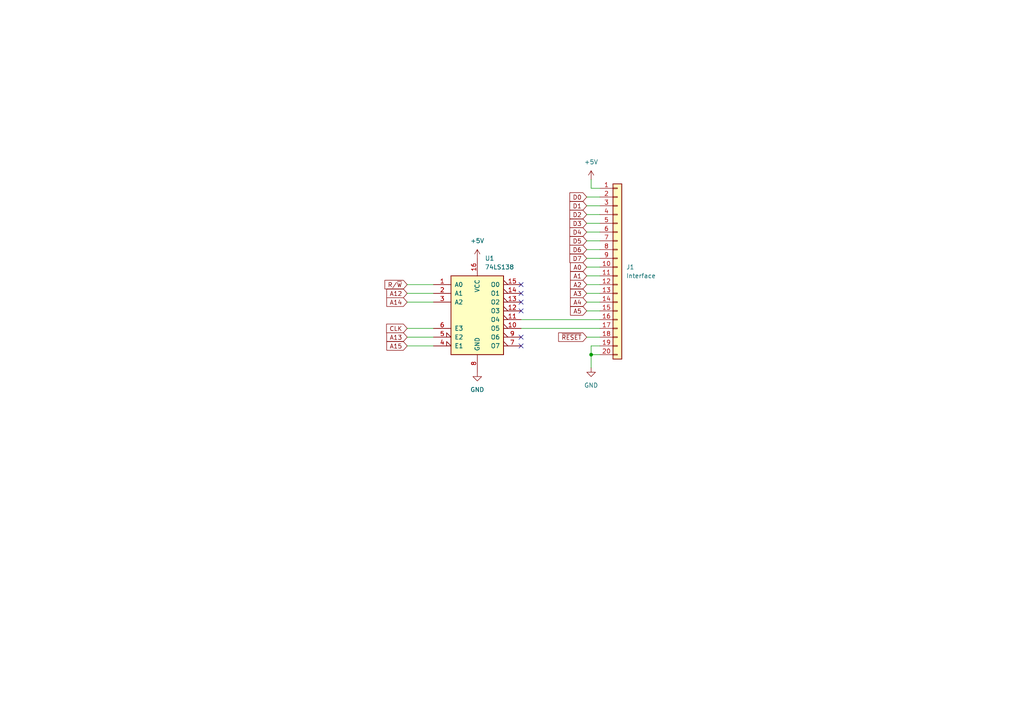
<source format=kicad_sch>
(kicad_sch (version 20231120) (generator "eeschema") (generator_version "8.0")
  (paper "A4")
  (lib_symbols
    (symbol "74xx:74LS138" (pin_names (offset 1.016))
      (property "Reference" "U" (at -7.62 11.43 0))
      (property "Value" "74LS138" (at -7.62 -13.97 0))
      (symbol "74LS138_1_0"
        (pin input line (at -12.7 7.62 0) (length 5.08) (name "A0") (number "1"))
        (pin output output_low (at 12.7 -5.08 180) (length 5.08) (name "O5") (number "10"))
        (pin output output_low (at 12.7 -2.54 180) (length 5.08) (name "O4") (number "11"))
        (pin output output_low (at 12.7 0 180) (length 5.08) (name "O3") (number "12"))
        (pin output output_low (at 12.7 2.54 180) (length 5.08) (name "O2") (number "13"))
        (pin output output_low (at 12.7 5.08 180) (length 5.08) (name "O1") (number "14"))
        (pin output output_low (at 12.7 7.62 180) (length 5.08) (name "O0") (number "15"))
        (pin power_in line (at 0 15.24 270) (length 5.08) (name "VCC") (number "16"))
        (pin input line (at -12.7 5.08 0) (length 5.08) (name "A1") (number "2"))
        (pin input line (at -12.7 2.54 0) (length 5.08) (name "A2") (number "3"))
        (pin input input_low (at -12.7 -10.16 0) (length 5.08) (name "E1") (number "4"))
        (pin input input_low (at -12.7 -7.62 0) (length 5.08) (name "E2") (number "5"))
        (pin input line (at -12.7 -5.08 0) (length 5.08) (name "E3") (number "6"))
        (pin output output_low (at 12.7 -10.16 180) (length 5.08) (name "O7") (number "7"))
        (pin power_in line (at 0 -17.78 90) (length 5.08) (name "GND") (number "8"))
        (pin output output_low (at 12.7 -7.62 180) (length 5.08) (name "O6") (number "9"))
      )
      (symbol "74LS138_1_1"
        (rectangle (start -7.62 10.16) (end 7.62 -12.7) (stroke (width 0.254)) (fill (type background)))
      )
    )
    (symbol "Connector_Generic:Conn_01x20" (pin_names (offset 1.016) hide)
      (property "Reference" "J" (at 0 25.4 0))
      (property "Value" "Conn_01x20" (at 0 -27.94 0))
      (symbol "Conn_01x20_1_1"
        (rectangle (start -1.27 -25.273) (end 0 -25.527) (stroke (width 0.1524)))
        (rectangle (start -1.27 -22.733) (end 0 -22.987) (stroke (width 0.1524)))
        (rectangle (start -1.27 -20.193) (end 0 -20.447) (stroke (width 0.1524)))
        (rectangle (start -1.27 -17.653) (end 0 -17.907) (stroke (width 0.1524)))
        (rectangle (start -1.27 -15.113) (end 0 -15.367) (stroke (width 0.1524)))
        (rectangle (start -1.27 -12.573) (end 0 -12.827) (stroke (width 0.1524)))
        (rectangle (start -1.27 -10.033) (end 0 -10.287) (stroke (width 0.1524)))
        (rectangle (start -1.27 -7.493) (end 0 -7.747) (stroke (width 0.1524)))
        (rectangle (start -1.27 -4.953) (end 0 -5.207) (stroke (width 0.1524)))
        (rectangle (start -1.27 -2.413) (end 0 -2.667) (stroke (width 0.1524)))
        (rectangle (start -1.27 0.127) (end 0 -0.127) (stroke (width 0.1524)))
        (rectangle (start -1.27 2.667) (end 0 2.413) (stroke (width 0.1524)))
        (rectangle (start -1.27 5.207) (end 0 4.953) (stroke (width 0.1524)))
        (rectangle (start -1.27 7.747) (end 0 7.493) (stroke (width 0.1524)))
        (rectangle (start -1.27 10.287) (end 0 10.033) (stroke (width 0.1524)))
        (rectangle (start -1.27 12.827) (end 0 12.573) (stroke (width 0.1524)))
        (rectangle (start -1.27 15.367) (end 0 15.113) (stroke (width 0.1524)))
        (rectangle (start -1.27 17.907) (end 0 17.653) (stroke (width 0.1524)))
        (rectangle (start -1.27 20.447) (end 0 20.193) (stroke (width 0.1524)))
        (rectangle (start -1.27 22.987) (end 0 22.733) (stroke (width 0.1524)))
        (rectangle (start -1.27 24.13) (end 1.27 -26.67) (stroke (width 0.254)) (fill (type background)))
        (pin passive line (at -5.08 22.86 0) (length 3.81) (name "Pin_1") (number "1"))
        (pin passive line (at -5.08 0 0) (length 3.81) (name "Pin_10") (number "10"))
        (pin passive line (at -5.08 -2.54 0) (length 3.81) (name "Pin_11") (number "11"))
        (pin passive line (at -5.08 -5.08 0) (length 3.81) (name "Pin_12") (number "12"))
        (pin passive line (at -5.08 -7.62 0) (length 3.81) (name "Pin_13") (number "13"))
        (pin passive line (at -5.08 -10.16 0) (length 3.81) (name "Pin_14") (number "14"))
        (pin passive line (at -5.08 -12.7 0) (length 3.81) (name "Pin_15") (number "15"))
        (pin passive line (at -5.08 -15.24 0) (length 3.81) (name "Pin_16") (number "16"))
        (pin passive line (at -5.08 -17.78 0) (length 3.81) (name "Pin_17") (number "17"))
        (pin passive line (at -5.08 -20.32 0) (length 3.81) (name "Pin_18") (number "18"))
        (pin passive line (at -5.08 -22.86 0) (length 3.81) (name "Pin_19") (number "19"))
        (pin passive line (at -5.08 20.32 0) (length 3.81) (name "Pin_2") (number "2"))
        (pin passive line (at -5.08 -25.4 0) (length 3.81) (name "Pin_20") (number "20"))
        (pin passive line (at -5.08 17.78 0) (length 3.81) (name "Pin_3") (number "3"))
        (pin passive line (at -5.08 15.24 0) (length 3.81) (name "Pin_4") (number "4"))
        (pin passive line (at -5.08 12.7 0) (length 3.81) (name "Pin_5") (number "5"))
        (pin passive line (at -5.08 10.16 0) (length 3.81) (name "Pin_6") (number "6"))
        (pin passive line (at -5.08 7.62 0) (length 3.81) (name "Pin_7") (number "7"))
        (pin passive line (at -5.08 5.08 0) (length 3.81) (name "Pin_8") (number "8"))
        (pin passive line (at -5.08 2.54 0) (length 3.81) (name "Pin_9") (number "9"))
      )
    )
    (symbol "power:+5V" (power) (pin_numbers hide) (pin_names (offset 0) hide)
      (property "Value" "+5V" (at 0 3.556 0))
      (symbol "+5V_0_1"
        (polyline (pts (xy -0.762 1.27) (xy 0 2.54)))
        (polyline (pts (xy 0 0) (xy 0 2.54)))
        (polyline (pts (xy 0 2.54) (xy 0.762 1.27)))
      )
      (symbol "+5V_1_1"
        (pin power_in line (at 0 0 90) (length 0) (name "~") (number "1"))
      )
    )
    (symbol "power:GND" (power) (pin_numbers hide) (pin_names (offset 0) hide)
      (property "Value" "GND" (at 0 -3.81 0))
      (symbol "GND_0_1"
        (polyline (pts (xy 0 0) (xy 0 -1.27) (xy 1.27 -1.27) (xy 0 -2.54) (xy -1.27 -1.27) (xy 0 -1.27)))
      )
      (symbol "GND_1_1"
        (pin power_in line (at 0 0 270) (length 0) (name "~") (number "1"))
      )
    )
  )
  (junction (at 171.45 102.87))
  (no_connect (at 151.13 82.55))
  (no_connect (at 151.13 87.63))
  (no_connect (at 151.13 90.17))
  (no_connect (at 151.13 97.79))
  (no_connect (at 151.13 85.09))
  (no_connect (at 151.13 100.33))
  (wire (pts (xy 170.18 85.09) (xy 173.99 85.09)))
  (wire (pts (xy 170.18 67.31) (xy 173.99 67.31)))
  (wire (pts (xy 170.18 59.69) (xy 173.99 59.69)))
  (wire (pts (xy 171.45 100.33) (xy 173.99 100.33)))
  (wire (pts (xy 118.11 97.79) (xy 125.73 97.79)))
  (wire (pts (xy 170.18 80.01) (xy 173.99 80.01)))
  (wire (pts (xy 170.18 69.85) (xy 173.99 69.85)))
  (wire (pts (xy 118.11 82.55) (xy 125.73 82.55)))
  (wire (pts (xy 151.13 95.25) (xy 173.99 95.25)))
  (wire (pts (xy 171.45 106.68) (xy 171.45 102.87)))
  (wire (pts (xy 170.18 90.17) (xy 173.99 90.17)))
  (wire (pts (xy 171.45 102.87) (xy 173.99 102.87)))
  (wire (pts (xy 170.18 62.23) (xy 173.99 62.23)))
  (wire (pts (xy 171.45 102.87) (xy 171.45 100.33)))
  (wire (pts (xy 170.18 57.15) (xy 173.99 57.15)))
  (wire (pts (xy 170.18 74.93) (xy 173.99 74.93)))
  (wire (pts (xy 170.18 87.63) (xy 173.99 87.63)))
  (wire (pts (xy 171.45 54.61) (xy 171.45 52.07)))
  (wire (pts (xy 173.99 54.61) (xy 171.45 54.61)))
  (wire (pts (xy 170.18 82.55) (xy 173.99 82.55)))
  (wire (pts (xy 118.11 95.25) (xy 125.73 95.25)))
  (wire (pts (xy 170.18 77.47) (xy 173.99 77.47)))
  (wire (pts (xy 118.11 85.09) (xy 125.73 85.09)))
  (wire (pts (xy 151.13 92.71) (xy 173.99 92.71)))
  (wire (pts (xy 170.18 64.77) (xy 173.99 64.77)))
  (wire (pts (xy 118.11 87.63) (xy 125.73 87.63)))
  (wire (pts (xy 170.18 72.39) (xy 173.99 72.39)))
  (wire (pts (xy 118.11 100.33) (xy 125.73 100.33)))
  (wire (pts (xy 170.18 97.79) (xy 173.99 97.79)))
  (global_label "A1" (shape input) (at 170.18 80.01 180) (property "Intersheetrefs" "${INTERSHEET_REFS}" (effects (hide yes))))
  (global_label "A13" (shape input) (at 118.11 97.79 180) (property "Intersheetrefs" "${INTERSHEET_REFS}" (effects (hide yes))))
  (global_label "D1" (shape input) (at 170.18 59.69 180) (property "Intersheetrefs" "${INTERSHEET_REFS}" (effects (hide yes))))
  (global_label "D4" (shape input) (at 170.18 67.31 180) (property "Intersheetrefs" "${INTERSHEET_REFS}" (effects (hide yes))))
  (global_label "D5" (shape input) (at 170.18 69.85 180) (property "Intersheetrefs" "${INTERSHEET_REFS}" (effects (hide yes))))
  (global_label "D0" (shape input) (at 170.18 57.15 180) (property "Intersheetrefs" "${INTERSHEET_REFS}" (effects (hide yes))))
  (global_label "D2" (shape input) (at 170.18 62.23 180) (property "Intersheetrefs" "${INTERSHEET_REFS}" (effects (hide yes))))
  (global_label "D3" (shape input) (at 170.18 64.77 180) (property "Intersheetrefs" "${INTERSHEET_REFS}" (effects (hide yes))))
  (global_label "CLK" (shape input) (at 118.11 95.25 180) (property "Intersheetrefs" "${INTERSHEET_REFS}" (effects (hide yes))))
  (global_label "A12" (shape input) (at 118.11 85.09 180) (property "Intersheetrefs" "${INTERSHEET_REFS}" (effects (hide yes))))
  (global_label "A14" (shape input) (at 118.11 87.63 180) (property "Intersheetrefs" "${INTERSHEET_REFS}" (effects (hide yes))))
  (global_label "A4" (shape input) (at 170.18 87.63 180) (property "Intersheetrefs" "${INTERSHEET_REFS}" (effects (hide yes))))
  (global_label "D7" (shape input) (at 170.18 74.93 180) (property "Intersheetrefs" "${INTERSHEET_REFS}" (effects (hide yes))))
  (global_label "A15" (shape input) (at 118.11 100.33 180) (property "Intersheetrefs" "${INTERSHEET_REFS}" (effects (hide yes))))
  (global_label "~{RESET}" (shape input) (at 170.18 97.79 180) (property "Intersheetrefs" "${INTERSHEET_REFS}" (effects (hide yes))))
  (global_label "A0" (shape input) (at 170.18 77.47 180) (property "Intersheetrefs" "${INTERSHEET_REFS}" (effects (hide yes))))
  (global_label "A3" (shape input) (at 170.18 85.09 180) (property "Intersheetrefs" "${INTERSHEET_REFS}" (effects (hide yes))))
  (global_label "A2" (shape input) (at 170.18 82.55 180) (property "Intersheetrefs" "${INTERSHEET_REFS}" (effects (hide yes))))
  (global_label "D6" (shape input) (at 170.18 72.39 180) (property "Intersheetrefs" "${INTERSHEET_REFS}" (effects (hide yes))))
  (global_label "A5" (shape input) (at 170.18 90.17 180) (property "Intersheetrefs" "${INTERSHEET_REFS}" (effects (hide yes))))
  (global_label "R{slash}~{W}" (shape input) (at 118.11 82.55 180) (property "Intersheetrefs" "${INTERSHEET_REFS}" (effects (hide yes))))
  (symbol (lib_id "Connector_Generic:Conn_01x20") (at 179.07 77.47 0) (unit 1)
    (property "Reference" "J1" (at 181.61 77.4699 0) (effects (justify left)))
    (property "Value" "Interface" (at 181.61 80.0099 0) (effects (justify left)))
    (property "Description" "Generic connector, single row, 01x20, script generated (kicad-library-utils/schlib/autogen/connector/)" (effects (hide yes)))
  )
  (symbol (lib_id "power:+5V") (at 171.45 52.07 0) (unit 1)
    (property "Reference" "#PWR4" (effects (hide yes)))
    (property "Value" "+5V" (at 171.45 46.99 0))
    (property "Description" "Power symbol creates a global label with name \"+5V\"" (effects (hide yes)))
  )
  (symbol (lib_id "power:+5V") (at 138.43 74.93 0) (unit 1)
    (property "Reference" "#PWR2" (effects (hide yes)))
    (property "Value" "+5V" (at 138.43 69.85 0))
    (property "Description" "Power symbol creates a global label with name \"+5V\"" (effects (hide yes)))
  )
  (symbol (lib_id "power:GND") (at 138.43 107.95 0) (unit 1)
    (property "Reference" "#PWR1" (effects (hide yes)))
    (property "Value" "GND" (at 138.43 113.03 0))
    (property "Description" "Power symbol creates a global label with name \"GND\" , ground" (effects (hide yes)))
  )
  (symbol (lib_id "power:GND") (at 171.45 106.68 0) (unit 1)
    (property "Reference" "#PWR3" (effects (hide yes)))
    (property "Value" "GND" (at 171.45 111.76 0))
    (property "Description" "Power symbol creates a global label with name \"GND\" , ground" (effects (hide yes)))
  )
  (symbol (lib_id "74xx:74LS138") (at 138.43 90.17 0) (unit 1)
    (property "Reference" "U1" (at 140.6241 74.93 0) (effects (justify left)))
    (property "Value" "74LS138" (at 140.6241 77.47 0) (effects (justify left)))
    (property "Datasheet" "http://www.ti.com/lit/gpn/sn74LS138" (effects (hide yes)))
    (property "Description" "Decoder 3 to 8 active low outputs" (effects (hide yes)))
  )
)
</source>
